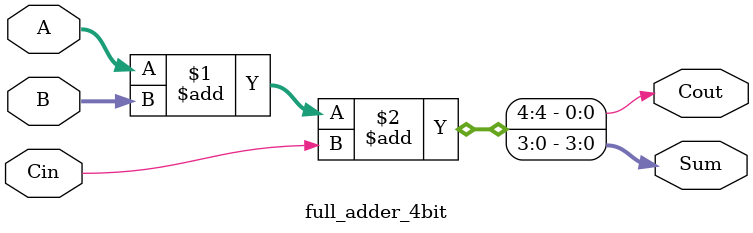
<source format=v>
module full_adder_4bit (
    input [3:0] A,
    input [3:0] B,
    input Cin,
    output wire [3:0] Sum,
    output  wire Cout
);

assign {Cout, Sum} = A + B + Cin;

endmodule
</source>
